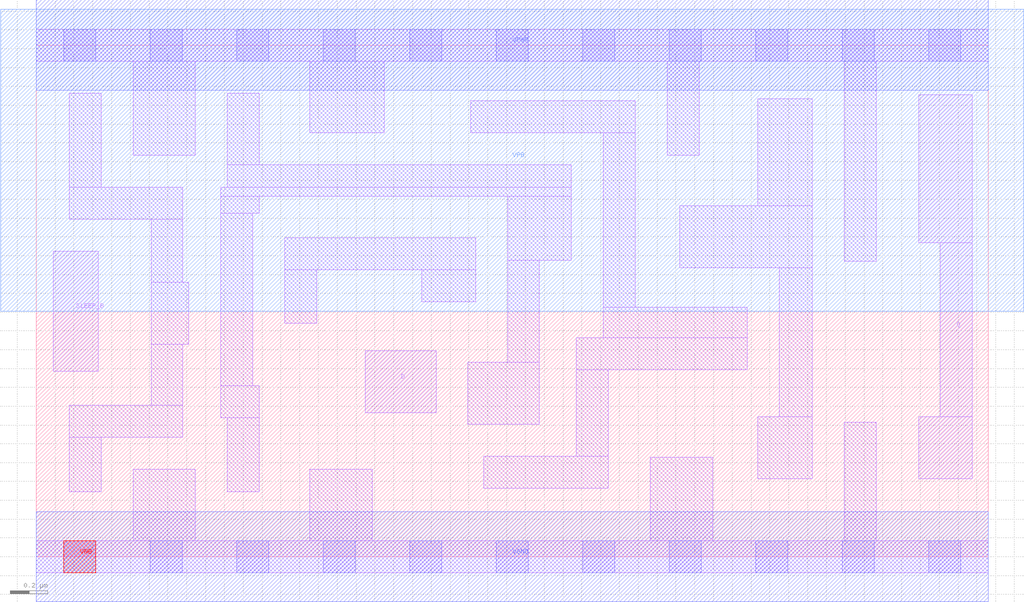
<source format=lef>
# Copyright 2020 The SkyWater PDK Authors
#
# Licensed under the Apache License, Version 2.0 (the "License");
# you may not use this file except in compliance with the License.
# You may obtain a copy of the License at
#
#     https://www.apache.org/licenses/LICENSE-2.0
#
# Unless required by applicable law or agreed to in writing, software
# distributed under the License is distributed on an "AS IS" BASIS,
# WITHOUT WARRANTIES OR CONDITIONS OF ANY KIND, either express or implied.
# See the License for the specific language governing permissions and
# limitations under the License.
#
# SPDX-License-Identifier: Apache-2.0

VERSION 5.7 ;
  NOWIREEXTENSIONATPIN ON ;
  DIVIDERCHAR "/" ;
  BUSBITCHARS "[]" ;
MACRO sky130_fd_sc_hd__lpflow_inputisolatch_1
  CLASS CORE ;
  FOREIGN sky130_fd_sc_hd__lpflow_inputisolatch_1 ;
  ORIGIN  0.000000  0.000000 ;
  SIZE  5.060000 BY  2.720000 ;
  SYMMETRY X Y R90 ;
  SITE unithd ;
  PIN D
    ANTENNAGATEAREA  0.159000 ;
    DIRECTION INPUT ;
    USE SIGNAL ;
    PORT
      LAYER li1 ;
        RECT 1.750000 0.765000 2.125000 1.095000 ;
    END
  END D
  PIN Q
    ANTENNADIFFAREA  0.429000 ;
    DIRECTION OUTPUT ;
    USE SIGNAL ;
    PORT
      LAYER li1 ;
        RECT 4.690000 0.415000 4.975000 0.745000 ;
        RECT 4.690000 1.670000 4.975000 2.455000 ;
        RECT 4.805000 0.745000 4.975000 1.670000 ;
    END
  END Q
  PIN SLEEP_B
    ANTENNAGATEAREA  0.145500 ;
    DIRECTION INPUT ;
    USE CLOCK ;
    PORT
      LAYER li1 ;
        RECT 0.090000 0.985000 0.330000 1.625000 ;
    END
  END SLEEP_B
  PIN VGND
    DIRECTION INOUT ;
    SHAPE ABUTMENT ;
    USE GROUND ;
    PORT
      LAYER met1 ;
        RECT 0.000000 -0.240000 5.060000 0.240000 ;
    END
  END VGND
  PIN VNB
    DIRECTION INOUT ;
    USE GROUND ;
    PORT
      LAYER pwell ;
        RECT 0.145000 -0.085000 0.315000 0.085000 ;
    END
  END VNB
  PIN VPB
    DIRECTION INOUT ;
    USE POWER ;
    PORT
      LAYER nwell ;
        RECT -0.190000 1.305000 5.250000 2.910000 ;
    END
  END VPB
  PIN VPWR
    DIRECTION INOUT ;
    SHAPE ABUTMENT ;
    USE POWER ;
    PORT
      LAYER met1 ;
        RECT 0.000000 2.480000 5.060000 2.960000 ;
    END
  END VPWR
  OBS
    LAYER li1 ;
      RECT 0.000000 -0.085000 5.060000 0.085000 ;
      RECT 0.000000  2.635000 5.060000 2.805000 ;
      RECT 0.175000  0.345000 0.345000 0.635000 ;
      RECT 0.175000  0.635000 0.780000 0.805000 ;
      RECT 0.175000  1.795000 0.780000 1.965000 ;
      RECT 0.175000  1.965000 0.345000 2.465000 ;
      RECT 0.515000  0.085000 0.845000 0.465000 ;
      RECT 0.515000  2.135000 0.845000 2.635000 ;
      RECT 0.610000  0.805000 0.780000 1.130000 ;
      RECT 0.610000  1.130000 0.810000 1.460000 ;
      RECT 0.610000  1.460000 0.780000 1.795000 ;
      RECT 0.980000  0.740000 1.185000 0.910000 ;
      RECT 0.980000  0.910000 1.150000 1.825000 ;
      RECT 0.980000  1.825000 1.185000 1.915000 ;
      RECT 0.980000  1.915000 2.845000 1.965000 ;
      RECT 1.015000  0.345000 1.185000 0.740000 ;
      RECT 1.015000  1.965000 2.845000 2.085000 ;
      RECT 1.015000  2.085000 1.185000 2.465000 ;
      RECT 1.320000  1.240000 1.490000 1.525000 ;
      RECT 1.320000  1.525000 2.335000 1.695000 ;
      RECT 1.455000  0.085000 1.785000 0.465000 ;
      RECT 1.455000  2.255000 1.850000 2.635000 ;
      RECT 2.050000  1.355000 2.335000 1.525000 ;
      RECT 2.295000  0.705000 2.675000 1.035000 ;
      RECT 2.310000  2.255000 3.185000 2.425000 ;
      RECT 2.380000  0.365000 3.040000 0.535000 ;
      RECT 2.505000  1.035000 2.675000 1.575000 ;
      RECT 2.505000  1.575000 2.845000 1.915000 ;
      RECT 2.870000  0.535000 3.040000 0.995000 ;
      RECT 2.870000  0.995000 3.780000 1.165000 ;
      RECT 3.015000  1.165000 3.780000 1.325000 ;
      RECT 3.015000  1.325000 3.185000 2.255000 ;
      RECT 3.265000  0.085000 3.595000 0.530000 ;
      RECT 3.355000  2.135000 3.525000 2.635000 ;
      RECT 3.420000  1.535000 4.125000 1.865000 ;
      RECT 3.835000  0.415000 4.125000 0.745000 ;
      RECT 3.835000  1.865000 4.125000 2.435000 ;
      RECT 3.950000  0.745000 4.125000 1.535000 ;
      RECT 4.295000  0.085000 4.465000 0.715000 ;
      RECT 4.295000  1.570000 4.465000 2.635000 ;
    LAYER mcon ;
      RECT 0.145000 -0.085000 0.315000 0.085000 ;
      RECT 0.145000  2.635000 0.315000 2.805000 ;
      RECT 0.605000 -0.085000 0.775000 0.085000 ;
      RECT 0.605000  2.635000 0.775000 2.805000 ;
      RECT 1.065000 -0.085000 1.235000 0.085000 ;
      RECT 1.065000  2.635000 1.235000 2.805000 ;
      RECT 1.525000 -0.085000 1.695000 0.085000 ;
      RECT 1.525000  2.635000 1.695000 2.805000 ;
      RECT 1.985000 -0.085000 2.155000 0.085000 ;
      RECT 1.985000  2.635000 2.155000 2.805000 ;
      RECT 2.445000 -0.085000 2.615000 0.085000 ;
      RECT 2.445000  2.635000 2.615000 2.805000 ;
      RECT 2.905000 -0.085000 3.075000 0.085000 ;
      RECT 2.905000  2.635000 3.075000 2.805000 ;
      RECT 3.365000 -0.085000 3.535000 0.085000 ;
      RECT 3.365000  2.635000 3.535000 2.805000 ;
      RECT 3.825000 -0.085000 3.995000 0.085000 ;
      RECT 3.825000  2.635000 3.995000 2.805000 ;
      RECT 4.285000 -0.085000 4.455000 0.085000 ;
      RECT 4.285000  2.635000 4.455000 2.805000 ;
      RECT 4.745000 -0.085000 4.915000 0.085000 ;
      RECT 4.745000  2.635000 4.915000 2.805000 ;
  END
END sky130_fd_sc_hd__lpflow_inputisolatch_1
END LIBRARY

</source>
